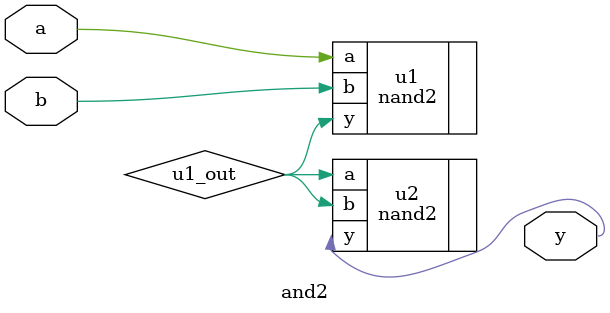
<source format=sv>
module and2 ( 
	input logic a,   // First input 
	input logic b,   // Second input 
	output logic y   // Output 
	); 

    logic u1_out;

    nand2 u1 (.a(a), .b(b), .y(u1_out));

    nand2 u2 (.a(u1_out), .b(u1_out), .y(y));

endmodule
</source>
